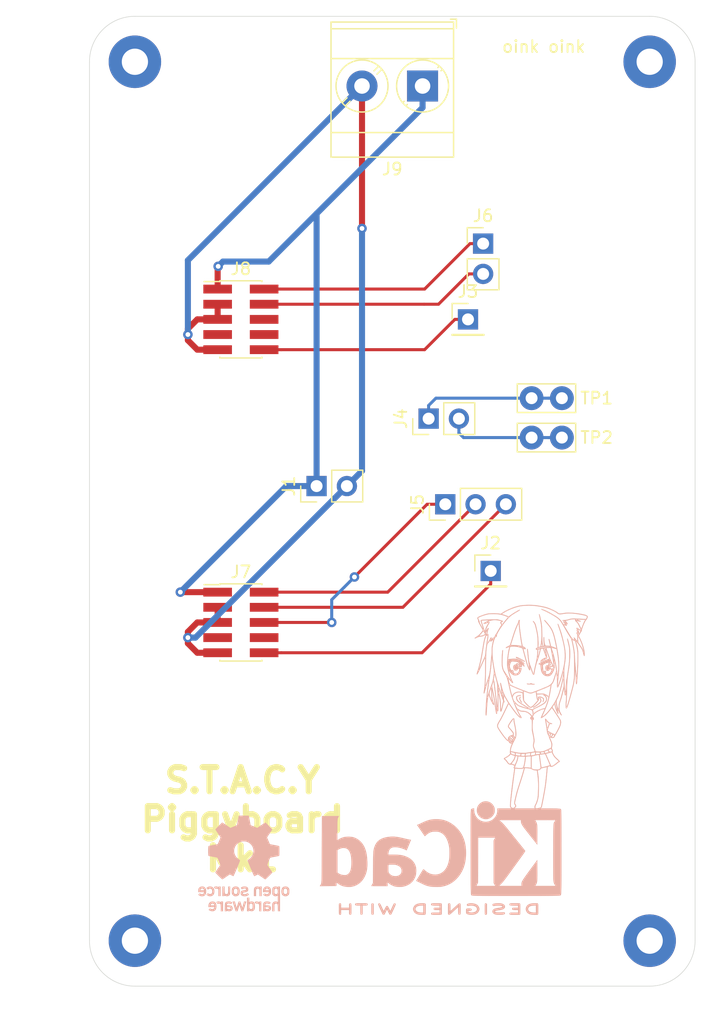
<source format=kicad_pcb>
(kicad_pcb (version 20171130) (host pcbnew "(5.1.5)-3")
  (layers (0 F.Cu signal) (31 B.Cu signal) (34 B.Paste user) (35 F.Paste user) (36 B.SilkS user) (37 F.SilkS user) (38 B.Mask user) (39 F.Mask user) (44 Edge.Cuts user))
  (net 0 "")
  (net 1 +3V3)
  (net 2 GND)
  (net 3 /MCU_RESET)
  (net 4 /NAV_RESET)
  (net 5 /MCU_SWDIO)
  (net 6 /MCU_SWO)
  (net 7 /MCU_SWCLK)
  (net 8 /NAV_SWDIO)
  (net 9 /NAV_SWCLK)
  (net 10 /MCU_SCL)
  (net 11 /MCU_SDA)
  (module allfc:catgirl (layer B.Cu) (at 102.87 121.539 180)
    (fp_text reference G*** hide)
    (fp_text value LOGO hide)
  )
  (module Symbol:OSHW-Logo_7.5x8mm_SilkScreen (layer B.Cu) (at 78.994 134.493 180)
    (fp_text reference REF** hide)
    (fp_text value OSHW-Logo_7.5x8mm_SilkScreen hide)
  )
  (module Symbol:KiCad-Logo2_8mm_SilkScreen (layer B.Cu) (at 95.504 133.223 180)
    (fp_text reference REF** hide)
    (fp_text value KiCad-Logo2_8mm_SilkScreen hide)
  )
  (module MountingHole:MountingHole_2.2mm_M2_Pad (layer F.Cu) (at 113.03 140.97)
    (fp_text reference H4 hide)
    (fp_text value MountingHole)
    (pad 1 thru_hole circle (at 0 0) (size 4.4 4.4) (drill 2.2) (layers *.Cu *.Mask))
  )
  (module MountingHole:MountingHole_2.2mm_M2_Pad (layer F.Cu) (at 69.85 140.97)
    (fp_text reference H3 hide)
    (fp_text value MountingHole)
    (pad 1 thru_hole circle (at 0 0) (size 4.4 4.4) (drill 2.2) (layers *.Cu *.Mask))
  )
  (module MountingHole:MountingHole_2.2mm_M2_Pad (layer F.Cu) (at 113.03 67.31)
    (fp_text reference H2 hide)
    (fp_text value MountingHole)
    (pad 1 thru_hole circle (at 0 0) (size 4.4 4.4) (drill 2.2) (layers *.Cu *.Mask))
  )
  (module MountingHole:MountingHole_2.2mm_M2_Pad (layer F.Cu) (at 69.85 67.31)
    (fp_text reference H1 hide)
    (fp_text value MountingHole)
    (pad 1 thru_hole circle (at 0 0) (size 4.4 4.4) (drill 2.2) (layers *.Cu *.Mask))
  )
  (module TestPoint:TestPoint_Bridge_Pitch2.54mm_Drill1.0mm (layer F.Cu) (at 103.124 98.806)
    (fp_text reference TP2 (at 5.461 0) (layer F.SilkS))
    (fp_text value TestPoint)
    (pad 1 thru_hole circle (at 2.54 0) (size 2 2) (drill 1) (layers *.Cu *.Mask) (net 10 /MCU_SCL))
    (pad 1 thru_hole circle (at 0 0) (size 2 2) (drill 1) (layers *.Cu *.Mask) (net 10 /MCU_SCL))
  )
  (module TestPoint:TestPoint_Bridge_Pitch2.54mm_Drill1.0mm (layer F.Cu) (at 103.124 95.504)
    (fp_text reference TP1 (at 5.461 0) (layer F.SilkS))
    (fp_text value TestPoint)
    (pad 1 thru_hole circle (at 2.54 0) (size 2 2) (drill 1) (layers *.Cu *.Mask) (net 11 /MCU_SDA))
    (pad 1 thru_hole circle (at 0 0) (size 2 2) (drill 1) (layers *.Cu *.Mask) (net 11 /MCU_SDA))
  )
  (module Connector_PinHeader_2.54mm:PinHeader_1x02_P2.54mm_Vertical (layer F.Cu) (at 99.06 82.55)
    (fp_text reference J6 (at 0 -2.33) (layer F.SilkS))
    (fp_text value Conn_01x02)
    (pad 2 thru_hole oval (at 0 2.54) (size 1.7 1.7) (drill 1) (layers *.Cu *.Mask) (net 9 /NAV_SWCLK))
    (pad 1 thru_hole rect (at 0 0) (size 1.7 1.7) (drill 1) (layers *.Cu *.Mask) (net 8 /NAV_SWDIO))
  )
  (module Connector_PinHeader_2.54mm:PinHeader_1x03_P2.54mm_Vertical (layer F.Cu) (at 95.885 104.394 90)
    (fp_text reference J5 (at 0 -2.33 90) (layer F.SilkS))
    (fp_text value Conn_01x03)
    (pad 3 thru_hole oval (at 0 5.08 90) (size 1.7 1.7) (drill 1) (layers *.Cu *.Mask) (net 7 /MCU_SWCLK))
    (pad 2 thru_hole oval (at 0 2.54 90) (size 1.7 1.7) (drill 1) (layers *.Cu *.Mask) (net 5 /MCU_SWDIO))
    (pad 1 thru_hole rect (at 0 0 90) (size 1.7 1.7) (drill 1) (layers *.Cu *.Mask) (net 6 /MCU_SWO))
  )
  (module Connector_PinHeader_2.54mm:PinHeader_1x02_P2.54mm_Vertical (layer F.Cu) (at 94.488 97.2185 90)
    (fp_text reference J4 (at 0 -2.33 90) (layer F.SilkS))
    (fp_text value Conn_01x02)
    (pad 2 thru_hole oval (at 0 2.54 90) (size 1.7 1.7) (drill 1) (layers *.Cu *.Mask) (net 10 /MCU_SCL))
    (pad 1 thru_hole rect (at 0 0 90) (size 1.7 1.7) (drill 1) (layers *.Cu *.Mask) (net 11 /MCU_SDA))
  )
  (module Connector_PinHeader_2.54mm:PinHeader_1x02_P2.54mm_Vertical (layer F.Cu) (at 85.09 102.87 90)
    (fp_text reference J1 (at 0 -2.33 90) (layer F.SilkS))
    (fp_text value Conn_01x02)
    (pad 2 thru_hole oval (at 0 2.54 90) (size 1.7 1.7) (drill 1) (layers *.Cu *.Mask) (net 2 GND))
    (pad 1 thru_hole rect (at 0 0 90) (size 1.7 1.7) (drill 1) (layers *.Cu *.Mask) (net 1 +3V3))
  )
  (module TerminalBlock_Phoenix:TerminalBlock_Phoenix_MKDS-3-2-5.08_1x02_P5.08mm_Horizontal (layer F.Cu) (at 93.98 69.342 180)
    (fp_text reference J9 (at 2.54 -6.96) (layer F.SilkS))
    (fp_text value 3.3_PWR)
    (pad 2 thru_hole circle (at 5.08 0 180) (size 2.6 2.6) (drill 1.3) (layers *.Cu *.Mask) (net 2 GND))
    (pad 1 thru_hole rect (at 0 0 180) (size 2.6 2.6) (drill 1.3) (layers *.Cu *.Mask) (net 1 +3V3))
  )
  (module Connector_PinHeader_1.27mm:PinHeader_2x05_P1.27mm_Vertical_SMD (layer F.Cu) (at 78.74 88.9)
    (fp_text reference J8 (at 0 -4.235) (layer F.SilkS))
    (fp_text value Conn_ARM_JTAG_SWD_10)
    (pad 10 smd rect (at 1.95 2.54) (size 2.4 0.74) (layers F.Cu F.Paste F.Mask) (net 4 /NAV_RESET))
    (pad 9 smd rect (at -1.95 2.54) (size 2.4 0.74) (layers F.Cu F.Paste F.Mask) (net 2 GND))
    (pad 8 smd rect (at 1.95 1.27) (size 2.4 0.74) (layers F.Cu F.Paste F.Mask))
    (pad 7 smd rect (at -1.95 1.27) (size 2.4 0.74) (layers F.Cu F.Paste F.Mask))
    (pad 6 smd rect (at 1.95 0) (size 2.4 0.74) (layers F.Cu F.Paste F.Mask))
    (pad 5 smd rect (at -1.95 0) (size 2.4 0.74) (layers F.Cu F.Paste F.Mask) (net 2 GND))
    (pad 4 smd rect (at 1.95 -1.27) (size 2.4 0.74) (layers F.Cu F.Paste F.Mask) (net 9 /NAV_SWCLK))
    (pad 3 smd rect (at -1.95 -1.27) (size 2.4 0.74) (layers F.Cu F.Paste F.Mask) (net 2 GND))
    (pad 2 smd rect (at 1.95 -2.54) (size 2.4 0.74) (layers F.Cu F.Paste F.Mask) (net 8 /NAV_SWDIO))
    (pad 1 smd rect (at -1.95 -2.54) (size 2.4 0.74) (layers F.Cu F.Paste F.Mask) (net 1 +3V3))
  )
  (module Connector_PinHeader_1.27mm:PinHeader_2x05_P1.27mm_Vertical_SMD (layer F.Cu) (at 78.74 114.3)
    (fp_text reference J7 (at 0 -4.235) (layer F.SilkS))
    (fp_text value Conn_ARM_JTAG_SWD_10)
    (pad 10 smd rect (at 1.95 2.54) (size 2.4 0.74) (layers F.Cu F.Paste F.Mask) (net 3 /MCU_RESET))
    (pad 9 smd rect (at -1.95 2.54) (size 2.4 0.74) (layers F.Cu F.Paste F.Mask) (net 2 GND))
    (pad 8 smd rect (at 1.95 1.27) (size 2.4 0.74) (layers F.Cu F.Paste F.Mask))
    (pad 7 smd rect (at -1.95 1.27) (size 2.4 0.74) (layers F.Cu F.Paste F.Mask))
    (pad 6 smd rect (at 1.95 0) (size 2.4 0.74) (layers F.Cu F.Paste F.Mask) (net 6 /MCU_SWO))
    (pad 5 smd rect (at -1.95 0) (size 2.4 0.74) (layers F.Cu F.Paste F.Mask) (net 2 GND))
    (pad 4 smd rect (at 1.95 -1.27) (size 2.4 0.74) (layers F.Cu F.Paste F.Mask) (net 7 /MCU_SWCLK))
    (pad 3 smd rect (at -1.95 -1.27) (size 2.4 0.74) (layers F.Cu F.Paste F.Mask) (net 2 GND))
    (pad 2 smd rect (at 1.95 -2.54) (size 2.4 0.74) (layers F.Cu F.Paste F.Mask) (net 5 /MCU_SWDIO))
    (pad 1 smd rect (at -1.95 -2.54) (size 2.4 0.74) (layers F.Cu F.Paste F.Mask) (net 1 +3V3))
  )
  (module Connector_PinHeader_2.54mm:PinHeader_1x01_P2.54mm_Vertical (layer F.Cu) (at 97.79 88.9)
    (fp_text reference J3 (at 0 -2.33) (layer F.SilkS))
    (fp_text value Conn_01x01)
    (pad 1 thru_hole rect (at 0 0) (size 1.7 1.7) (drill 1) (layers *.Cu *.Mask) (net 4 /NAV_RESET))
  )
  (module Connector_PinHeader_2.54mm:PinHeader_1x01_P2.54mm_Vertical (layer F.Cu) (at 99.695 109.982)
    (fp_text reference J2 (at 0 -2.33) (layer F.SilkS))
    (fp_text value Conn_01x01)
    (pad 1 thru_hole rect (at 0 0) (size 1.7 1.7) (drill 1) (layers *.Cu *.Mask) (net 3 /MCU_RESET))
  )
  (gr_text "S.T.A.C.Y\nPiggyboard\nMk1" (at 78.867 130.81) (layer F.SilkS) (effects (font (size 2.032 2.032) (thickness 0.508))))
  (gr_text "oink oink" (at 104.14 66.04) (layer F.SilkS) (effects (font (size 1 1))))
  (gr_arc (start 69.85 67.31) (end 69.85 63.5) (angle -90) (layer Edge.Cuts) (width 0.05))
  (gr_arc (start 113.03 67.31) (end 116.84 67.31) (angle -90) (layer Edge.Cuts) (width 0.05))
  (gr_arc (start 113.03 140.97) (end 113.03 144.78) (angle -90) (layer Edge.Cuts) (width 0.05))
  (gr_arc (start 69.85 140.97) (end 66.04 140.97) (angle -90) (layer Edge.Cuts) (width 0.05))
  (gr_line (start 113.03 63.5) (end 69.85 63.5) (layer Edge.Cuts) (width 0.05))
  (gr_line (start 116.84 140.97) (end 116.84 67.31) (layer Edge.Cuts) (width 0.05))
  (gr_line (start 69.85 144.78) (end 113.03 144.78) (layer Edge.Cuts) (width 0.05))
  (gr_line (start 66.04 67.31) (end 66.04 140.97) (layer Edge.Cuts) (width 0.05))
  (segment (start 74.295 115.57) (end 74.295 115.087) (width 0.508) (layer F.Cu) (net 2))
  (segment (start 74.295 116.053) (end 74.295 115.57) (width 0.508) (layer F.Cu) (net 2))
  (segment (start 76.79 116.84) (end 75.082 116.84) (width 0.508) (layer F.Cu) (net 2))
  (segment (start 75.082 116.84) (end 74.295 116.053) (width 0.508) (layer F.Cu) (net 2))
  (segment (start 76.79 114.3) (end 75.082 114.3) (width 0.508) (layer F.Cu) (net 2))
  (segment (start 75.082 114.3) (end 74.295 115.087) (width 0.508) (layer F.Cu) (net 2))
  (via (at 74.295 115.57) (size 0.8) (drill 0.4) (layers F.Cu B.Cu) (net 2))
  (segment (start 85.09 80.04) (end 85.09 102.87) (width 0.508) (layer B.Cu) (net 1))
  (segment (start 93.98 69.342) (end 93.98 71.15) (width 0.508) (layer B.Cu) (net 1))
  (segment (start 93.98 71.15) (end 85.09 80.04) (width 0.508) (layer B.Cu) (net 1))
  (via (at 73.66 111.76) (size 0.8) (drill 0.4) (layers F.Cu B.Cu) (net 1))
  (segment (start 85.09 102.87) (end 82.55 102.87) (width 0.508) (layer B.Cu) (net 1))
  (segment (start 82.55 102.87) (end 73.66 111.76) (width 0.508) (layer B.Cu) (net 1))
  (segment (start 73.66 111.76) (end 76.79 111.76) (width 0.508) (layer F.Cu) (net 1))
  (via (at 76.835 84.455) (size 0.8) (drill 0.4) (layers F.Cu B.Cu) (net 1))
  (segment (start 76.79 86.36) (end 76.79 84.5) (width 0.508) (layer F.Cu) (net 1))
  (segment (start 76.79 84.5) (end 76.835 84.455) (width 0.508) (layer F.Cu) (net 1))
  (segment (start 81.074999 84.055001) (end 85.09 80.04) (width 0.508) (layer B.Cu) (net 1))
  (segment (start 77.234999 84.055001) (end 81.074999 84.055001) (width 0.508) (layer B.Cu) (net 1))
  (segment (start 76.835 84.455) (end 77.234999 84.055001) (width 0.508) (layer B.Cu) (net 1))
  (via (at 88.9 81.28) (size 0.8) (drill 0.4) (layers F.Cu B.Cu) (net 2))
  (segment (start 88.9 69.342) (end 88.9 81.28) (width 0.508) (layer F.Cu) (net 2))
  (segment (start 88.9 101.6) (end 87.63 102.87) (width 0.508) (layer B.Cu) (net 2))
  (segment (start 88.9 81.28) (end 88.9 101.6) (width 0.508) (layer B.Cu) (net 2))
  (segment (start 76.79 87.63) (end 76.79 88.9) (width 0.508) (layer F.Cu) (net 2))
  (segment (start 75.082 88.9) (end 74.295 89.687) (width 0.508) (layer F.Cu) (net 2))
  (segment (start 76.79 88.9) (end 75.082 88.9) (width 0.508) (layer F.Cu) (net 2))
  (segment (start 74.295 90.653) (end 74.295 90.17) (width 0.508) (layer F.Cu) (net 2))
  (segment (start 75.082 91.44) (end 74.295 90.653) (width 0.508) (layer F.Cu) (net 2))
  (segment (start 76.79 91.44) (end 75.082 91.44) (width 0.508) (layer F.Cu) (net 2))
  (segment (start 74.295 90.17) (end 74.295 89.687) (width 0.508) (layer F.Cu) (net 2))
  (via (at 74.295 90.17) (size 0.8) (drill 0.4) (layers F.Cu B.Cu) (net 2))
  (segment (start 76.79 113.03) (end 76.79 114.3) (width 0.508) (layer F.Cu) (net 2))
  (segment (start 74.93 115.57) (end 87.63 102.87) (width 0.508) (layer B.Cu) (net 2))
  (segment (start 74.295 115.57) (end 74.93 115.57) (width 0.508) (layer B.Cu) (net 2))
  (segment (start 74.295 83.947) (end 88.9 69.342) (width 0.508) (layer B.Cu) (net 2))
  (segment (start 74.295 90.17) (end 74.295 83.947) (width 0.508) (layer B.Cu) (net 2))
  (segment (start 82.14 116.84) (end 80.69 116.84) (width 0.254) (layer F.Cu) (net 3))
  (segment (start 93.937 116.84) (end 82.14 116.84) (width 0.254) (layer F.Cu) (net 3))
  (segment (start 99.695 111.082) (end 93.937 116.84) (width 0.254) (layer F.Cu) (net 3))
  (segment (start 99.695 109.982) (end 99.695 111.082) (width 0.254) (layer F.Cu) (net 3))
  (segment (start 82.14 91.44) (end 80.69 91.44) (width 0.254) (layer F.Cu) (net 4))
  (segment (start 94.15 91.44) (end 82.14 91.44) (width 0.254) (layer F.Cu) (net 4))
  (segment (start 96.69 88.9) (end 94.15 91.44) (width 0.254) (layer F.Cu) (net 4))
  (segment (start 97.79 88.9) (end 96.69 88.9) (width 0.254) (layer F.Cu) (net 4))
  (segment (start 80.69 111.76) (end 91.059 111.76) (width 0.254) (layer F.Cu) (net 5))
  (segment (start 91.059 111.76) (end 98.425 104.394) (width 0.254) (layer F.Cu) (net 5))
  (segment (start 80.69 114.3) (end 86.360004 114.3) (width 0.254) (layer F.Cu) (net 6))
  (via (at 86.360004 114.3) (size 0.8) (drill 0.4) (layers F.Cu B.Cu) (net 6))
  (segment (start 95.885 104.394) (end 94.361002 104.394) (width 0.254) (layer F.Cu) (net 6))
  (segment (start 88.664999 110.090003) (end 88.265 110.490002) (width 0.254) (layer F.Cu) (net 6))
  (via (at 88.265 110.490002) (size 0.8) (drill 0.4) (layers F.Cu B.Cu) (net 6))
  (segment (start 87.865001 110.890001) (end 88.265 110.490002) (width 0.254) (layer B.Cu) (net 6))
  (segment (start 94.361002 104.394) (end 88.664999 110.090003) (width 0.254) (layer F.Cu) (net 6))
  (segment (start 86.360004 114.3) (end 86.360004 112.394998) (width 0.254) (layer B.Cu) (net 6))
  (segment (start 86.360004 112.394998) (end 87.865001 110.890001) (width 0.254) (layer B.Cu) (net 6))
  (segment (start 80.69 113.03) (end 92.329 113.03) (width 0.254) (layer F.Cu) (net 7))
  (segment (start 92.329 113.03) (end 100.965 104.394) (width 0.254) (layer F.Cu) (net 7))
  (segment (start 97.96 82.55) (end 94.15 86.36) (width 0.254) (layer F.Cu) (net 8))
  (segment (start 99.06 82.55) (end 97.96 82.55) (width 0.254) (layer F.Cu) (net 8))
  (segment (start 94.15 86.36) (end 80.69 86.36) (width 0.254) (layer F.Cu) (net 8))
  (segment (start 80.69 87.63) (end 94.107 87.63) (width 0.254) (layer F.Cu) (net 9))
  (segment (start 95.317919 87.63) (end 94.107 87.63) (width 0.254) (layer F.Cu) (net 9))
  (segment (start 97.857919 85.09) (end 95.317919 87.63) (width 0.254) (layer F.Cu) (net 9))
  (segment (start 99.06 85.09) (end 97.857919 85.09) (width 0.254) (layer F.Cu) (net 9))
  (segment (start 101.709787 98.806) (end 103.124 98.806) (width 0.254) (layer B.Cu) (net 10))
  (segment (start 97.413419 98.806) (end 101.709787 98.806) (width 0.254) (layer B.Cu) (net 10))
  (segment (start 97.028 98.420581) (end 97.413419 98.806) (width 0.254) (layer B.Cu) (net 10))
  (segment (start 97.028 97.2185) (end 97.028 98.420581) (width 0.254) (layer B.Cu) (net 10))
  (segment (start 104.538213 98.806) (end 105.664 98.806) (width 0.254) (layer B.Cu) (net 10))
  (segment (start 103.124 98.806) (end 104.538213 98.806) (width 0.254) (layer B.Cu) (net 10))
  (segment (start 95.0985 95.504) (end 101.709787 95.504) (width 0.254) (layer B.Cu) (net 11))
  (segment (start 94.488 96.1145) (end 95.0985 95.504) (width 0.254) (layer B.Cu) (net 11))
  (segment (start 101.709787 95.504) (end 103.124 95.504) (width 0.254) (layer B.Cu) (net 11))
  (segment (start 94.488 97.2185) (end 94.488 96.1145) (width 0.254) (layer B.Cu) (net 11))
  (segment (start 104.538213 95.504) (end 105.664 95.504) (width 0.254) (layer B.Cu) (net 11))
  (segment (start 103.124 95.504) (end 104.538213 95.504) (width 0.254) (layer B.Cu) (net 11))
)
</source>
